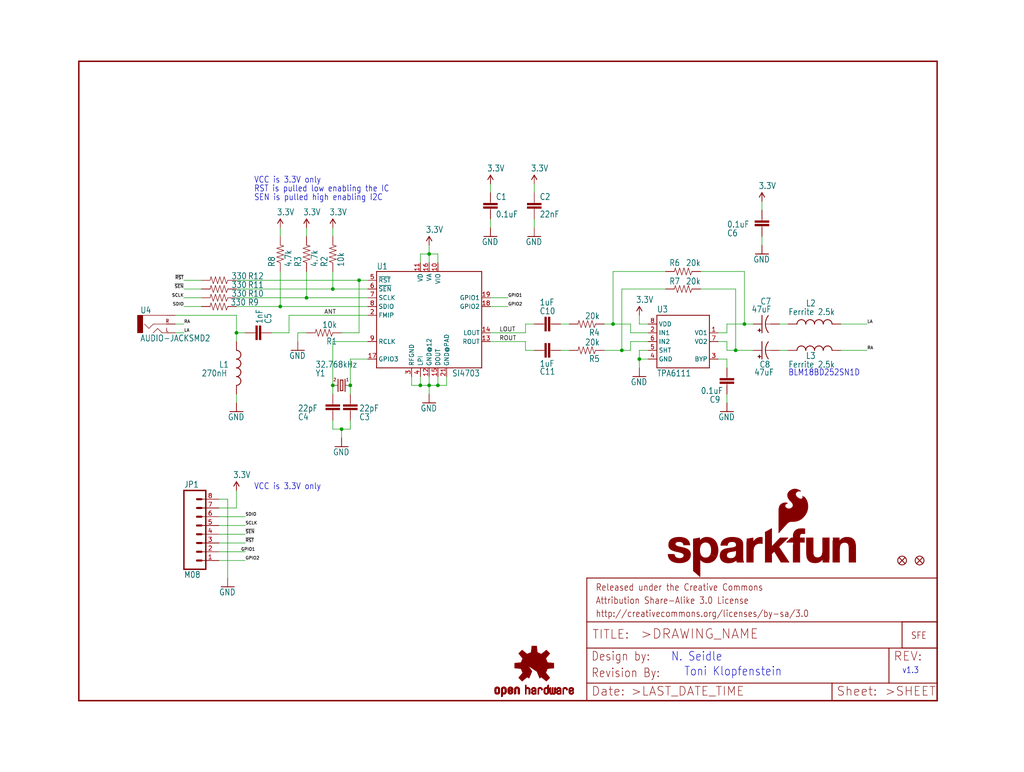
<source format=kicad_sch>
(kicad_sch (version 20211123) (generator eeschema)
  (paper "User" 297.002 223.926)
  (lib_symbols
    (symbol "eagleSchem-eagle-import:0.1UF-25V(+80{slash}-20%)(0603)"
      (property "Reference" "C" (at 1.524 2.921 0))
      (property "Value" "0.1UF-25V(+80{slash}-20%)(0603)" (at 1.524 -2.159 0))
      (symbol "0.1UF-25V(+80{slash}-20%)(0603)_1_0"
        (pin passive line (at 0 5.08 270) (length 2.54) (name "1") (number "1"))
        (pin passive line (at 0 -2.54 90) (length 2.54) (name "2") (number "2"))
      )
    )
    (symbol "eagleSchem-eagle-import:1.0UF-16V-10%(0603)"
      (property "Reference" "C" (at 1.524 2.921 0))
      (property "Value" "1.0UF-16V-10%(0603)" (at 1.524 -2.159 0))
      (symbol "1.0UF-16V-10%(0603)_1_0"
        (pin passive line (at 0 5.08 270) (length 2.54) (name "1") (number "1"))
        (pin passive line (at 0 -2.54 90) (length 2.54) (name "2") (number "2"))
      )
    )
    (symbol "eagleSchem-eagle-import:10KOHM1{slash}10W1%(0603)0603"
      (property "Reference" "R" (at -3.81 1.4986 0))
      (property "Value" "10KOHM1{slash}10W1%(0603)0603" (at -3.81 -3.302 0))
      (symbol "10KOHM1{slash}10W1%(0603)0603_1_0"
        (pin passive line (at -5.08 0 0) (length 2.54) (name "1") (number "1"))
        (pin passive line (at 5.08 0 180) (length 2.54) (name "2") (number "2"))
      )
    )
    (symbol "eagleSchem-eagle-import:1NF{slash}1000PF-50V-10%(0603)"
      (property "Reference" "C" (at 1.524 2.921 0))
      (property "Value" "1NF{slash}1000PF-50V-10%(0603)" (at 1.524 -2.159 0))
      (symbol "1NF{slash}1000PF-50V-10%(0603)_1_0"
        (pin passive line (at 0 5.08 270) (length 2.54) (name "1") (number "1"))
        (pin passive line (at 0 -2.54 90) (length 2.54) (name "2") (number "2"))
      )
    )
    (symbol "eagleSchem-eagle-import:20KOHM1{slash}10W1%(0603)"
      (property "Reference" "R" (at -3.81 1.4986 0))
      (property "Value" "20KOHM1{slash}10W1%(0603)" (at -3.81 -3.302 0))
      (symbol "20KOHM1{slash}10W1%(0603)_1_0"
        (pin passive line (at -5.08 0 0) (length 2.54) (name "1") (number "1"))
        (pin passive line (at 5.08 0 180) (length 2.54) (name "2") (number "2"))
      )
    )
    (symbol "eagleSchem-eagle-import:22NF{slash}22,000PF-50V-10%(0603)"
      (property "Reference" "C" (at 1.524 2.921 0))
      (property "Value" "22NF{slash}22,000PF-50V-10%(0603)" (at 1.524 -2.159 0))
      (symbol "22NF{slash}22,000PF-50V-10%(0603)_1_0"
        (pin passive line (at 0 5.08 270) (length 2.54) (name "1") (number "1"))
        (pin passive line (at 0 -2.54 90) (length 2.54) (name "2") (number "2"))
      )
    )
    (symbol "eagleSchem-eagle-import:22PF-50V-5%(0603)"
      (property "Reference" "C" (at 1.524 2.921 0))
      (property "Value" "22PF-50V-5%(0603)" (at 1.524 -2.159 0))
      (symbol "22PF-50V-5%(0603)_1_0"
        (pin passive line (at 0 5.08 270) (length 2.54) (name "1") (number "1"))
        (pin passive line (at 0 -2.54 90) (length 2.54) (name "2") (number "2"))
      )
    )
    (symbol "eagleSchem-eagle-import:3.3V" (power)
      (property "Value" "3.3V" (at -1.016 3.556 0))
      (symbol "3.3V_1_0"
        (pin power_in line (at 0 0 90) (length 2.54) (name "3.3V") (number "1"))
      )
    )
    (symbol "eagleSchem-eagle-import:330OHM1{slash}10W1%(0603)"
      (property "Reference" "R" (at -3.81 1.4986 0))
      (property "Value" "330OHM1{slash}10W1%(0603)" (at -3.81 -3.302 0))
      (symbol "330OHM1{slash}10W1%(0603)_1_0"
        (pin passive line (at -5.08 0 0) (length 2.54) (name "1") (number "1"))
        (pin passive line (at 5.08 0 180) (length 2.54) (name "2") (number "2"))
      )
    )
    (symbol "eagleSchem-eagle-import:4.7KOHM1{slash}10W1%(0603)"
      (property "Reference" "R" (at -3.81 1.4986 0))
      (property "Value" "4.7KOHM1{slash}10W1%(0603)" (at -3.81 -3.302 0))
      (symbol "4.7KOHM1{slash}10W1%(0603)_1_0"
        (pin passive line (at -5.08 0 0) (length 2.54) (name "1") (number "1"))
        (pin passive line (at 5.08 0 180) (length 2.54) (name "2") (number "2"))
      )
    )
    (symbol "eagleSchem-eagle-import:47UF-TANT"
      (property "Reference" "C" (at 1.016 0.635 0))
      (property "Value" "47UF-TANT" (at 1.016 -4.191 0))
      (symbol "47UF-TANT_1_0"
        (pin passive line (at 0 2.54 270) (length 2.54) (name "+") (number "A"))
        (pin passive line (at 0 -5.08 90) (length 2.54) (name "-") (number "C"))
      )
    )
    (symbol "eagleSchem-eagle-import:AUDIO-JACKSMD2"
      (property "Reference" "JP" (at -5.08 3.048 0))
      (property "Value" "AUDIO-JACKSMD2" (at -5.08 -5.08 0))
      (symbol "AUDIO-JACKSMD2_1_0"
        (text "L" (at 2.286 -2.286 0) (effects (font (size 1.016 0.8636) (thickness 0.1727) bold) (justify left bottom)))
        (text "R" (at 2.286 0.254 0) (effects (font (size 1.016 0.8636) (thickness 0.1727) bold) (justify left bottom)))
        (pin bidirectional line (at 5.08 0 180) (length 2.54) (name "RIGHT") (number "RING"))
        (pin bidirectional line (at 5.08 2.54 180) (length 2.54) (name "SLEEVE") (number "SLEEVE"))
        (pin bidirectional line (at 5.08 -2.54 180) (length 2.54) (name "LEFT") (number "TIP"))
      )
    )
    (symbol "eagleSchem-eagle-import:CRYSTAL32-SMD"
      (property "Reference" "Y" (at 2.54 1.016 0))
      (property "Value" "CRYSTAL32-SMD" (at 2.54 -2.54 0))
      (symbol "CRYSTAL32-SMD_1_0"
        (text "1" (at -2.159 -1.143 0) (effects (font (size 0.8636 0.734)) (justify left bottom)))
        (text "2" (at 1.524 -1.143 0) (effects (font (size 0.8636 0.734)) (justify left bottom)))
        (pin passive line (at -2.54 0 0) (length 0) (name "1") (number "X1"))
        (pin passive line (at 2.54 0 180) (length 0) (name "2") (number "X2"))
      )
    )
    (symbol "eagleSchem-eagle-import:FIDUCIAL1X2")
    (symbol "eagleSchem-eagle-import:FRAME-LETTER"
      (symbol "FRAME-LETTER_2_0"
        (text ">DRAWING_NAME" (at 15.494 17.78 0) (effects (font (size 2.7432 2.7432)) (justify left bottom)))
        (text ">LAST_DATE_TIME" (at 12.7 1.27 0) (effects (font (size 2.54 2.54)) (justify left bottom)))
        (text ">SHEET" (at 86.36 1.27 0) (effects (font (size 2.54 2.54)) (justify left bottom)))
        (text "Attribution Share-Alike 3.0 License" (at 2.54 27.94 0) (effects (font (size 1.9304 1.6408)) (justify left bottom)))
        (text "Date:" (at 1.27 1.27 0) (effects (font (size 2.54 2.54)) (justify left bottom)))
        (text "Design by:" (at 1.27 11.43 0) (effects (font (size 2.54 2.159)) (justify left bottom)))
        (text "http://creativecommons.org/licenses/by-sa/3.0" (at 2.54 24.13 0) (effects (font (size 1.9304 1.6408)) (justify left bottom)))
        (text "Released under the Creative Commons" (at 2.54 31.75 0) (effects (font (size 1.9304 1.6408)) (justify left bottom)))
        (text "REV:" (at 88.9 11.43 0) (effects (font (size 2.54 2.54)) (justify left bottom)))
        (text "Sheet:" (at 72.39 1.27 0) (effects (font (size 2.54 2.54)) (justify left bottom)))
        (text "TITLE:" (at 1.524 17.78 0) (effects (font (size 2.54 2.54)) (justify left bottom)))
      )
    )
    (symbol "eagleSchem-eagle-import:GND" (power)
      (property "Value" "GND" (at -2.54 -2.54 0))
      (symbol "GND_1_0"
        (pin power_in line (at 0 2.54 270) (length 2.54) (name "GND") (number "1"))
      )
    )
    (symbol "eagleSchem-eagle-import:INDUCTOR0603"
      (property "Reference" "L" (at 2.54 5.08 0))
      (property "Value" "INDUCTOR0603" (at 2.54 -5.08 0))
      (symbol "INDUCTOR0603_1_0"
        (pin passive line (at 0 7.62 270) (length 2.54) (name "1") (number "1"))
        (pin passive line (at 0 -7.62 90) (length 2.54) (name "2") (number "2"))
      )
    )
    (symbol "eagleSchem-eagle-import:LOGO-SFESK"
      (symbol "LOGO-SFESK_1_0"
        (text "SFE" (at 0 0 0) (effects (font (size 1.9304 1.6408)) (justify left bottom)))
      )
    )
    (symbol "eagleSchem-eagle-import:M08"
      (property "Reference" "JP" (at -5.08 13.462 0))
      (property "Value" "M08" (at -5.08 -12.7 0))
      (symbol "M08_1_0"
        (pin passive line (at 5.08 -7.62 180) (length 5.08) (name "1") (number "1"))
        (pin passive line (at 5.08 -5.08 180) (length 5.08) (name "2") (number "2"))
        (pin passive line (at 5.08 -2.54 180) (length 5.08) (name "3") (number "3"))
        (pin passive line (at 5.08 0 180) (length 5.08) (name "4") (number "4"))
        (pin passive line (at 5.08 2.54 180) (length 5.08) (name "5") (number "5"))
        (pin passive line (at 5.08 5.08 180) (length 5.08) (name "6") (number "6"))
        (pin passive line (at 5.08 7.62 180) (length 5.08) (name "7") (number "7"))
        (pin passive line (at 5.08 10.16 180) (length 5.08) (name "8") (number "8"))
      )
    )
    (symbol "eagleSchem-eagle-import:OSHW-LOGOS")
    (symbol "eagleSchem-eagle-import:REVISION"
      (symbol "REVISION_1_0"
        (text "Revision By: " (at 0 0 0) (effects (font (size 2.54 2.159)) (justify left bottom)))
      )
    )
    (symbol "eagleSchem-eagle-import:SFE_LOGO_NAME_FLAME.1_INCH")
    (symbol "eagleSchem-eagle-import:SI470X"
      (property "Reference" "U" (at -15.24 15.24 0))
      (property "Value" "SI470X" (at -15.24 -17.78 0))
      (symbol "SI470X_1_0"
        (pin bidirectional line (at 2.54 15.24 270) (length 2.54) (name "VIO") (number "10"))
        (pin bidirectional line (at -2.54 15.24 270) (length 2.54) (name "VD") (number "11"))
        (pin bidirectional line (at 0 -17.78 90) (length 2.54) (name "GND@12") (number "12"))
        (pin bidirectional line (at 17.78 -7.62 180) (length 2.54) (name "ROUT") (number "13"))
        (pin bidirectional line (at 17.78 -5.08 180) (length 2.54) (name "LOUT") (number "14"))
        (pin bidirectional line (at 2.54 -17.78 90) (length 2.54) (name "DOUT") (number "15"))
        (pin bidirectional line (at 0 15.24 270) (length 2.54) (name "VA") (number "16"))
        (pin bidirectional line (at -17.78 -12.7 0) (length 2.54) (name "GPIO3") (number "17"))
        (pin bidirectional line (at 17.78 2.54 180) (length 2.54) (name "GPIO2") (number "18"))
        (pin bidirectional line (at 17.78 5.08 180) (length 2.54) (name "GPIO1") (number "19"))
        (pin bidirectional line (at -17.78 0 0) (length 2.54) (name "FMIP") (number "2"))
        (pin bidirectional line (at 5.08 -17.78 90) (length 2.54) (name "GND@PAD") (number "21"))
        (pin bidirectional line (at -5.08 -17.78 90) (length 2.54) (name "RFGND") (number "3"))
        (pin bidirectional line (at -2.54 -17.78 90) (length 2.54) (name "LPI") (number "4"))
        (pin bidirectional line (at -17.78 10.16 0) (length 2.54) (name "~{RST}") (number "5"))
        (pin bidirectional line (at -17.78 7.62 0) (length 2.54) (name "~{SEN}") (number "6"))
        (pin bidirectional line (at -17.78 5.08 0) (length 2.54) (name "SCLK") (number "7"))
        (pin bidirectional line (at -17.78 2.54 0) (length 2.54) (name "SDIO") (number "8"))
        (pin bidirectional line (at -17.78 -7.62 0) (length 2.54) (name "RCLK") (number "9"))
      )
    )
    (symbol "eagleSchem-eagle-import:TPA6111SMD-T"
      (property "Reference" "U" (at -7.62 5.842 0))
      (property "Value" "TPA6111SMD-T" (at -7.62 -12.7 0))
      (symbol "TPA6111SMD-T_1_0"
        (pin bidirectional line (at 10.16 0 180) (length 2.54) (name "VO1") (number "1"))
        (pin bidirectional line (at -10.16 0 0) (length 2.54) (name "IN1") (number "2"))
        (pin bidirectional line (at 10.16 -7.62 180) (length 2.54) (name "BYP") (number "3"))
        (pin bidirectional line (at -10.16 -7.62 0) (length 2.54) (name "GND") (number "4"))
        (pin bidirectional line (at -10.16 -5.08 0) (length 2.54) (name "SHT") (number "5"))
        (pin bidirectional line (at -10.16 -2.54 0) (length 2.54) (name "IN2") (number "6"))
        (pin bidirectional line (at 10.16 -2.54 180) (length 2.54) (name "VO2") (number "7"))
        (pin bidirectional line (at -10.16 2.54 0) (length 2.54) (name "VDD") (number "8"))
      )
    )
  )
  (junction (at 180.34 101.6))
  (junction (at 177.8 93.98))
  (junction (at 96.52 111.76))
  (junction (at 104.14 81.28))
  (junction (at 99.06 124.46))
  (junction (at 213.36 101.6))
  (junction (at 96.52 83.82))
  (junction (at 124.46 111.76))
  (junction (at 215.9 93.98))
  (junction (at 81.28 88.9))
  (junction (at 88.9 86.36))
  (junction (at 101.6 111.76))
  (junction (at 68.58 96.52))
  (junction (at 185.42 104.14))
  (junction (at 121.92 111.76))
  (junction (at 127 111.76))
  (junction (at 124.46 73.66))
  (wire (pts (xy 142.24 86.36) (xy 147.32 86.36)))
  (wire (pts (xy 182.88 99.06) (xy 182.88 101.6)))
  (wire (pts (xy 88.9 78.74) (xy 88.9 86.36)))
  (wire (pts (xy 187.96 99.06) (xy 182.88 99.06)))
  (wire (pts (xy 220.98 58.42) (xy 220.98 60.96)))
  (wire (pts (xy 243.84 93.98) (xy 251.46 93.98)))
  (wire (pts (xy 180.34 101.6) (xy 175.26 101.6)))
  (wire (pts (xy 154.94 66.04) (xy 154.94 63.5)))
  (wire (pts (xy 58.42 86.36) (xy 53.34 86.36)))
  (wire (pts (xy 210.82 93.98) (xy 215.9 93.98)))
  (wire (pts (xy 63.5 152.4) (xy 71.12 152.4)))
  (wire (pts (xy 86.36 99.06) (xy 86.36 96.52)))
  (wire (pts (xy 180.34 83.82) (xy 180.34 101.6)))
  (wire (pts (xy 124.46 109.22) (xy 124.46 111.76)))
  (wire (pts (xy 208.28 104.14) (xy 210.82 104.14)))
  (wire (pts (xy 81.28 66.04) (xy 81.28 68.58)))
  (wire (pts (xy 187.96 104.14) (xy 185.42 104.14)))
  (wire (pts (xy 96.52 111.76) (xy 96.52 114.3)))
  (wire (pts (xy 68.58 91.44) (xy 50.8 91.44)))
  (wire (pts (xy 152.4 99.06) (xy 152.4 101.6)))
  (wire (pts (xy 63.5 147.32) (xy 68.58 147.32)))
  (wire (pts (xy 58.42 83.82) (xy 53.34 83.82)))
  (wire (pts (xy 99.06 124.46) (xy 101.6 124.46)))
  (wire (pts (xy 152.4 101.6) (xy 154.94 101.6)))
  (wire (pts (xy 182.88 93.98) (xy 177.8 93.98)))
  (wire (pts (xy 53.34 93.98) (xy 50.8 93.98)))
  (wire (pts (xy 208.28 96.52) (xy 210.82 96.52)))
  (wire (pts (xy 210.82 116.84) (xy 210.82 114.3)))
  (wire (pts (xy 228.6 101.6) (xy 226.06 101.6)))
  (wire (pts (xy 63.5 162.56) (xy 71.12 162.56)))
  (wire (pts (xy 63.5 157.48) (xy 71.12 157.48)))
  (wire (pts (xy 127 76.2) (xy 127 73.66)))
  (wire (pts (xy 101.6 104.14) (xy 101.6 111.76)))
  (wire (pts (xy 58.42 81.28) (xy 53.34 81.28)))
  (wire (pts (xy 124.46 114.3) (xy 124.46 111.76)))
  (wire (pts (xy 243.84 101.6) (xy 251.46 101.6)))
  (wire (pts (xy 83.82 96.52) (xy 83.82 91.44)))
  (wire (pts (xy 228.6 93.98) (xy 226.06 93.98)))
  (wire (pts (xy 106.68 83.82) (xy 96.52 83.82)))
  (wire (pts (xy 81.28 78.74) (xy 81.28 88.9)))
  (wire (pts (xy 106.68 81.28) (xy 104.14 81.28)))
  (wire (pts (xy 142.24 96.52) (xy 152.4 96.52)))
  (wire (pts (xy 182.88 101.6) (xy 180.34 101.6)))
  (wire (pts (xy 142.24 53.34) (xy 142.24 55.88)))
  (wire (pts (xy 210.82 101.6) (xy 213.36 101.6)))
  (wire (pts (xy 99.06 127) (xy 99.06 124.46)))
  (wire (pts (xy 96.52 83.82) (xy 96.52 78.74)))
  (wire (pts (xy 63.5 144.78) (xy 66.04 144.78)))
  (wire (pts (xy 96.52 83.82) (xy 68.58 83.82)))
  (wire (pts (xy 185.42 104.14) (xy 185.42 106.68)))
  (wire (pts (xy 210.82 96.52) (xy 210.82 93.98)))
  (wire (pts (xy 121.92 109.22) (xy 121.92 111.76)))
  (wire (pts (xy 185.42 101.6) (xy 185.42 104.14)))
  (wire (pts (xy 220.98 68.58) (xy 220.98 71.12)))
  (wire (pts (xy 106.68 88.9) (xy 81.28 88.9)))
  (wire (pts (xy 193.04 83.82) (xy 180.34 83.82)))
  (wire (pts (xy 88.9 86.36) (xy 68.58 86.36)))
  (wire (pts (xy 68.58 96.52) (xy 71.12 96.52)))
  (wire (pts (xy 53.34 96.52) (xy 50.8 96.52)))
  (wire (pts (xy 127 73.66) (xy 124.46 73.66)))
  (wire (pts (xy 68.58 116.84) (xy 68.58 114.3)))
  (wire (pts (xy 63.5 160.02) (xy 71.12 160.02)))
  (wire (pts (xy 63.5 149.86) (xy 71.12 149.86)))
  (wire (pts (xy 78.74 96.52) (xy 83.82 96.52)))
  (wire (pts (xy 121.92 73.66) (xy 121.92 76.2)))
  (wire (pts (xy 127 109.22) (xy 127 111.76)))
  (wire (pts (xy 96.52 124.46) (xy 99.06 124.46)))
  (wire (pts (xy 162.56 93.98) (xy 165.1 93.98)))
  (wire (pts (xy 162.56 101.6) (xy 165.1 101.6)))
  (wire (pts (xy 101.6 124.46) (xy 101.6 121.92)))
  (wire (pts (xy 83.82 91.44) (xy 106.68 91.44)))
  (wire (pts (xy 124.46 73.66) (xy 124.46 71.12)))
  (wire (pts (xy 68.58 99.06) (xy 68.58 96.52)))
  (wire (pts (xy 142.24 66.04) (xy 142.24 63.5)))
  (wire (pts (xy 86.36 96.52) (xy 88.9 96.52)))
  (wire (pts (xy 104.14 81.28) (xy 68.58 81.28)))
  (wire (pts (xy 68.58 91.44) (xy 68.58 96.52)))
  (wire (pts (xy 187.96 93.98) (xy 185.42 93.98)))
  (wire (pts (xy 213.36 101.6) (xy 218.44 101.6)))
  (wire (pts (xy 124.46 73.66) (xy 121.92 73.66)))
  (wire (pts (xy 68.58 142.24) (xy 68.58 147.32)))
  (wire (pts (xy 121.92 111.76) (xy 124.46 111.76)))
  (wire (pts (xy 187.96 101.6) (xy 185.42 101.6)))
  (wire (pts (xy 127 111.76) (xy 129.54 111.76)))
  (wire (pts (xy 104.14 96.52) (xy 99.06 96.52)))
  (wire (pts (xy 66.04 147.32) (xy 66.04 167.64)))
  (wire (pts (xy 96.52 121.92) (xy 96.52 124.46)))
  (wire (pts (xy 215.9 78.74) (xy 215.9 93.98)))
  (wire (pts (xy 182.88 96.52) (xy 182.88 93.98)))
  (wire (pts (xy 101.6 111.76) (xy 101.6 114.3)))
  (wire (pts (xy 142.24 88.9) (xy 147.32 88.9)))
  (wire (pts (xy 106.68 99.06) (xy 96.52 99.06)))
  (wire (pts (xy 208.28 99.06) (xy 210.82 99.06)))
  (wire (pts (xy 88.9 66.04) (xy 88.9 68.58)))
  (wire (pts (xy 213.36 83.82) (xy 213.36 101.6)))
  (wire (pts (xy 177.8 93.98) (xy 175.26 93.98)))
  (wire (pts (xy 187.96 96.52) (xy 182.88 96.52)))
  (wire (pts (xy 63.5 154.94) (xy 71.12 154.94)))
  (wire (pts (xy 203.2 78.74) (xy 215.9 78.74)))
  (wire (pts (xy 104.14 81.28) (xy 104.14 96.52)))
  (wire (pts (xy 215.9 93.98) (xy 218.44 93.98)))
  (wire (pts (xy 119.38 109.22) (xy 119.38 111.76)))
  (wire (pts (xy 177.8 78.74) (xy 177.8 93.98)))
  (wire (pts (xy 96.52 66.04) (xy 96.52 68.58)))
  (wire (pts (xy 66.04 144.78) (xy 66.04 147.32)))
  (wire (pts (xy 203.2 83.82) (xy 213.36 83.82)))
  (wire (pts (xy 129.54 111.76) (xy 129.54 109.22)))
  (wire (pts (xy 154.94 53.34) (xy 154.94 55.88)))
  (wire (pts (xy 81.28 88.9) (xy 68.58 88.9)))
  (wire (pts (xy 193.04 78.74) (xy 177.8 78.74)))
  (wire (pts (xy 185.42 93.98) (xy 185.42 91.44)))
  (wire (pts (xy 152.4 96.52) (xy 152.4 93.98)))
  (wire (pts (xy 58.42 88.9) (xy 53.34 88.9)))
  (wire (pts (xy 96.52 99.06) (xy 96.52 111.76)))
  (wire (pts (xy 142.24 99.06) (xy 152.4 99.06)))
  (wire (pts (xy 124.46 76.2) (xy 124.46 73.66)))
  (wire (pts (xy 119.38 111.76) (xy 121.92 111.76)))
  (wire (pts (xy 124.46 111.76) (xy 127 111.76)))
  (wire (pts (xy 152.4 93.98) (xy 154.94 93.98)))
  (wire (pts (xy 210.82 99.06) (xy 210.82 101.6)))
  (wire (pts (xy 106.68 104.14) (xy 101.6 104.14)))
  (wire (pts (xy 106.68 86.36) (xy 88.9 86.36)))
  (wire (pts (xy 210.82 104.14) (xy 210.82 106.68)))
  (text "Toni Klopfenstein" (at 198.374 196.342 180) (effects (font (size 2.54 2.159)) (justify left bottom)))
  (text "RST is pulled low enabling the IC" (at 73.66 55.88 180) (effects (font (size 1.778 1.5113)) (justify left bottom)))
  (text "BLM18BD252SN1D" (at 228.6 109.22 180) (effects (font (size 1.778 1.5113)) (justify left bottom)))
  (text "SEN is pulled high enabling I2C" (at 73.66 58.42 180) (effects (font (size 1.778 1.5113)) (justify left bottom)))
  (text "VCC is 3.3V only~{}" (at 73.66 142.24 180) (effects (font (size 1.778 1.5113)) (justify left bottom)))
  (text "v1.3" (at 261.62 195.58 180) (effects (font (size 1.778 1.5113)) (justify left bottom)))
  (text "VCC is 3.3V only~{}" (at 73.66 53.34 180) (effects (font (size 1.778 1.5113)) (justify left bottom)))
  (text "N. Seidle" (at 194.564 192.024 180) (effects (font (size 2.54 2.159)) (justify left bottom)))
  (label "~{SEN}" (at 71.12 154.94 0) (effects (font (size 0.889 0.889))))
  (label "~{RST}" (at 71.12 157.48 0) (effects (font (size 0.889 0.889))))
  (label "SCLK" (at 71.12 152.4 0) (effects (font (size 0.889 0.889))))
  (label "SDIO" (at 53.34 88.9 180) (effects (font (size 0.889 0.889))))
  (label "GPIO1" (at 147.32 86.36 0) (effects (font (size 0.889 0.889))))
  (label "~{SEN}" (at 53.34 83.82 180) (effects (font (size 0.889 0.889))))
  (label "RA" (at 251.46 101.6 0) (effects (font (size 0.889 0.889))))
  (label "LOUT" (at 144.78 96.52 0) (effects (font (size 1.2446 1.2446))))
  (label "RA" (at 53.34 93.98 0) (effects (font (size 0.889 0.889))))
  (label "SCLK" (at 53.34 86.36 180) (effects (font (size 0.889 0.889))))
  (label "LA" (at 251.46 93.98 0) (effects (font (size 0.889 0.889))))
  (label "GPIO2" (at 71.12 162.56 0) (effects (font (size 0.889 0.889))))
  (label "LA" (at 53.34 96.52 0) (effects (font (size 0.889 0.889))))
  (label "GPIO1" (at 69.85 160.02 0) (effects (font (size 0.889 0.889))))
  (label "ROUT" (at 144.78 99.06 0) (effects (font (size 1.2446 1.2446))))
  (label "SDIO" (at 71.12 149.86 0) (effects (font (size 0.889 0.889))))
  (label "~{RST}" (at 53.34 81.28 180) (effects (font (size 0.889 0.889))))
  (label "ANT" (at 93.98 91.44 0) (effects (font (size 1.2446 1.2446))))
  (label "GPIO2" (at 147.32 88.9 0) (effects (font (size 0.889 0.889))))
  (symbol (lib_id "eagleSchem-eagle-import:20KOHM1{slash}10W1%(0603)") (at 198.12 78.74 180) (unit 1)
    (property "Reference" "R6" (at 194.056 77.216 0) (effects (font (size 1.778 1.5113)) (justify right top)))
    (property "Value" "20k" (at 198.882 77.216 0) (effects (font (size 1.778 1.5113)) (justify right top)))
    (property "Footprint" "eagleSchem:0603-RES" (effects hide))
  )
  (symbol (lib_id "eagleSchem-eagle-import:3.3V") (at 81.28 66.04 0) (unit 1)
    (property "Reference" "#P+3" (effects hide))
    (property "Value" "3.3V" (at 80.264 62.484 0) (effects (font (size 1.778 1.5113)) (justify left bottom)))
    (property "Footprint" "eagleSchem:" (effects hide))
  )
  (symbol (lib_id "eagleSchem-eagle-import:GND") (at 86.36 101.6 0) (unit 1)
    (property "Reference" "#GND4" (effects hide))
    (property "Value" "GND" (at 83.82 104.14 0) (effects (font (size 1.778 1.5113)) (justify left bottom)))
    (property "Footprint" "eagleSchem:" (effects hide))
  )
  (symbol (lib_id "eagleSchem-eagle-import:4.7KOHM1{slash}10W1%(0603)") (at 81.28 73.66 90) (unit 1)
    (property "Reference" "R8" (at 79.7814 77.47 0) (effects (font (size 1.778 1.5113)) (justify left bottom)))
    (property "Value" "4.7k" (at 84.582 77.47 0) (effects (font (size 1.778 1.5113)) (justify left bottom)))
    (property "Footprint" "eagleSchem:0603" (effects hide))
  )
  (symbol (lib_id "eagleSchem-eagle-import:M08") (at 58.42 154.94 0) (unit 1)
    (property "Reference" "JP1" (at 53.34 141.478 0) (effects (font (size 1.778 1.5113)) (justify left bottom)))
    (property "Value" "M08" (at 53.34 167.64 0) (effects (font (size 1.778 1.5113)) (justify left bottom)))
    (property "Footprint" "eagleSchem:1X08" (effects hide))
  )
  (symbol (lib_id "eagleSchem-eagle-import:FIDUCIAL1X2") (at 261.62 162.56 0) (unit 1)
    (property "Reference" "JP5" (effects hide))
    (property "Value" "FIDUCIAL1X2" (effects hide))
    (property "Footprint" "eagleSchem:FIDUCIAL-1X2" (effects hide))
  )
  (symbol (lib_id "eagleSchem-eagle-import:4.7KOHM1{slash}10W1%(0603)") (at 88.9 73.66 90) (unit 1)
    (property "Reference" "R3" (at 87.4014 77.47 0) (effects (font (size 1.778 1.5113)) (justify left bottom)))
    (property "Value" "4.7k" (at 92.202 77.47 0) (effects (font (size 1.778 1.5113)) (justify left bottom)))
    (property "Footprint" "eagleSchem:0603" (effects hide))
  )
  (symbol (lib_id "eagleSchem-eagle-import:22PF-50V-5%(0603)") (at 96.52 116.84 180) (unit 1)
    (property "Reference" "C4" (at 86.36 121.92 0) (effects (font (size 1.778 1.5113)) (justify right top)))
    (property "Value" "22pF" (at 86.36 119.38 0) (effects (font (size 1.778 1.5113)) (justify right top)))
    (property "Footprint" "eagleSchem:0603-CAP" (effects hide))
  )
  (symbol (lib_id "eagleSchem-eagle-import:1.0UF-16V-10%(0603)") (at 160.02 101.6 90) (unit 1)
    (property "Reference" "C11" (at 156.464 108.712 90) (effects (font (size 1.778 1.5113)) (justify right top)))
    (property "Value" "1uF" (at 156.464 106.426 90) (effects (font (size 1.778 1.5113)) (justify right top)))
    (property "Footprint" "eagleSchem:0603-CAP" (effects hide))
  )
  (symbol (lib_id "eagleSchem-eagle-import:3.3V") (at 220.98 58.42 0) (unit 1)
    (property "Reference" "#P+17" (effects hide))
    (property "Value" "3.3V" (at 219.964 54.864 0) (effects (font (size 1.778 1.5113)) (justify left bottom)))
    (property "Footprint" "eagleSchem:" (effects hide))
  )
  (symbol (lib_id "eagleSchem-eagle-import:GND") (at 68.58 119.38 0) (unit 1)
    (property "Reference" "#GND3" (effects hide))
    (property "Value" "GND" (at 66.04 121.92 0) (effects (font (size 1.778 1.5113)) (justify left bottom)))
    (property "Footprint" "eagleSchem:" (effects hide))
  )
  (symbol (lib_id "eagleSchem-eagle-import:GND") (at 210.82 119.38 0) (unit 1)
    (property "Reference" "#GND8" (effects hide))
    (property "Value" "GND" (at 208.28 121.92 0) (effects (font (size 1.778 1.5113)) (justify left bottom)))
    (property "Footprint" "eagleSchem:" (effects hide))
  )
  (symbol (lib_id "eagleSchem-eagle-import:INDUCTOR0603") (at 236.22 101.6 90) (unit 1)
    (property "Reference" "L3" (at 233.68 104.14 90) (effects (font (size 1.778 1.5113)) (justify right top)))
    (property "Value" "Ferrite 2.5k" (at 228.6 106.68 90) (effects (font (size 1.778 1.5113)) (justify right top)))
    (property "Footprint" "eagleSchem:0603" (effects hide))
  )
  (symbol (lib_id "eagleSchem-eagle-import:TPA6111SMD-T") (at 198.12 96.52 0) (unit 1)
    (property "Reference" "U3" (at 190.5 90.678 0) (effects (font (size 1.778 1.5113)) (justify left bottom)))
    (property "Value" "TPA6111" (at 190.5 109.22 0) (effects (font (size 1.778 1.5113)) (justify left bottom)))
    (property "Footprint" "eagleSchem:SO08-TIGHT" (effects hide))
  )
  (symbol (lib_id "eagleSchem-eagle-import:AUDIO-JACKSMD2") (at 45.72 93.98 0) (unit 1)
    (property "Reference" "U4" (at 40.64 90.932 0) (effects (font (size 1.778 1.5113)) (justify left bottom)))
    (property "Value" "AUDIO-JACKSMD2" (at 40.64 99.06 0) (effects (font (size 1.778 1.5113)) (justify left bottom)))
    (property "Footprint" "eagleSchem:AUDIO-JACK-3.5MM-SMD" (effects hide))
  )
  (symbol (lib_id "eagleSchem-eagle-import:GND") (at 142.24 68.58 0) (unit 1)
    (property "Reference" "#GND5" (effects hide))
    (property "Value" "GND" (at 139.7 71.12 0) (effects (font (size 1.778 1.5113)) (justify left bottom)))
    (property "Footprint" "eagleSchem:" (effects hide))
  )
  (symbol (lib_id "eagleSchem-eagle-import:REVISION") (at 171.45 196.596 0) (unit 1)
    (property "Reference" "U$1" (effects hide))
    (property "Value" "REVISION" (effects hide))
    (property "Footprint" "eagleSchem:REVISION" (effects hide))
  )
  (symbol (lib_id "eagleSchem-eagle-import:GND") (at 99.06 129.54 0) (unit 1)
    (property "Reference" "#GND2" (effects hide))
    (property "Value" "GND" (at 96.52 132.08 0) (effects (font (size 1.778 1.5113)) (justify left bottom)))
    (property "Footprint" "eagleSchem:" (effects hide))
  )
  (symbol (lib_id "eagleSchem-eagle-import:20KOHM1{slash}10W1%(0603)") (at 170.18 93.98 180) (unit 1)
    (property "Reference" "R4" (at 173.99 95.4786 0) (effects (font (size 1.778 1.5113)) (justify left bottom)))
    (property "Value" "20k" (at 173.99 90.678 0) (effects (font (size 1.778 1.5113)) (justify left bottom)))
    (property "Footprint" "eagleSchem:0603-RES" (effects hide))
  )
  (symbol (lib_id "eagleSchem-eagle-import:330OHM1{slash}10W1%(0603)") (at 63.5 83.82 180) (unit 1)
    (property "Reference" "R11" (at 71.882 83.566 0) (effects (font (size 1.778 1.5113)) (justify right top)))
    (property "Value" "330" (at 67.056 83.566 0) (effects (font (size 1.778 1.5113)) (justify right top)))
    (property "Footprint" "eagleSchem:0603-RES" (effects hide))
  )
  (symbol (lib_id "eagleSchem-eagle-import:FRAME-LETTER") (at 170.18 203.2 0) (unit 2)
    (property "Reference" "FRAME2" (effects hide))
    (property "Value" "FRAME-LETTER" (effects hide))
    (property "Footprint" "eagleSchem:CREATIVE_COMMONS" (effects hide))
  )
  (symbol (lib_id "eagleSchem-eagle-import:3.3V") (at 154.94 53.34 0) (unit 1)
    (property "Reference" "#P+8" (effects hide))
    (property "Value" "3.3V" (at 153.924 49.784 0) (effects (font (size 1.778 1.5113)) (justify left bottom)))
    (property "Footprint" "eagleSchem:" (effects hide))
  )
  (symbol (lib_id "eagleSchem-eagle-import:3.3V") (at 185.42 91.44 0) (unit 1)
    (property "Reference" "#P+9" (effects hide))
    (property "Value" "3.3V" (at 184.404 87.884 0) (effects (font (size 1.778 1.5113)) (justify left bottom)))
    (property "Footprint" "eagleSchem:" (effects hide))
  )
  (symbol (lib_id "eagleSchem-eagle-import:10KOHM1{slash}10W1%(0603)0603") (at 93.98 96.52 180) (unit 1)
    (property "Reference" "R1" (at 97.79 98.0186 0) (effects (font (size 1.778 1.5113)) (justify left bottom)))
    (property "Value" "10k" (at 97.79 93.218 0) (effects (font (size 1.778 1.5113)) (justify left bottom)))
    (property "Footprint" "eagleSchem:0603-RES" (effects hide))
  )
  (symbol (lib_id "eagleSchem-eagle-import:0.1UF-25V(+80{slash}-20%)(0603)") (at 142.24 60.96 0) (unit 1)
    (property "Reference" "C1" (at 143.764 58.039 0) (effects (font (size 1.778 1.5113)) (justify left bottom)))
    (property "Value" "0.1uF" (at 143.764 63.119 0) (effects (font (size 1.778 1.5113)) (justify left bottom)))
    (property "Footprint" "eagleSchem:0603-CAP" (effects hide))
  )
  (symbol (lib_id "eagleSchem-eagle-import:INDUCTOR0603") (at 68.58 106.68 0) (unit 1)
    (property "Reference" "L1" (at 63.5 106.68 0) (effects (font (size 1.778 1.5113)) (justify left bottom)))
    (property "Value" "270nH" (at 58.42 109.22 0) (effects (font (size 1.778 1.5113)) (justify left bottom)))
    (property "Footprint" "eagleSchem:0603" (effects hide))
  )
  (symbol (lib_id "eagleSchem-eagle-import:LOGO-SFESK") (at 264.16 185.42 0) (unit 1)
    (property "Reference" "JP3" (effects hide))
    (property "Value" "LOGO-SFESK" (effects hide))
    (property "Footprint" "eagleSchem:SFE-LOGO-FLAME" (effects hide))
  )
  (symbol (lib_id "eagleSchem-eagle-import:22NF{slash}22,000PF-50V-10%(0603)") (at 154.94 60.96 0) (unit 1)
    (property "Reference" "C2" (at 156.464 58.039 0) (effects (font (size 1.778 1.5113)) (justify left bottom)))
    (property "Value" "22nF" (at 156.464 63.119 0) (effects (font (size 1.778 1.5113)) (justify left bottom)))
    (property "Footprint" "eagleSchem:0603-CAP" (effects hide))
  )
  (symbol (lib_id "eagleSchem-eagle-import:1NF{slash}1000PF-50V-10%(0603)") (at 73.66 96.52 270) (unit 1)
    (property "Reference" "C5" (at 78.74 93.98 0) (effects (font (size 1.778 1.5113)) (justify right top)))
    (property "Value" "1nF" (at 76.2 93.98 0) (effects (font (size 1.778 1.5113)) (justify right top)))
    (property "Footprint" "eagleSchem:0603-CAP" (effects hide))
  )
  (symbol (lib_id "eagleSchem-eagle-import:10KOHM1{slash}10W1%(0603)0603") (at 96.52 73.66 90) (unit 1)
    (property "Reference" "R2" (at 95.0214 77.47 0) (effects (font (size 1.778 1.5113)) (justify left bottom)))
    (property "Value" "10k" (at 99.822 77.47 0) (effects (font (size 1.778 1.5113)) (justify left bottom)))
    (property "Footprint" "eagleSchem:0603-RES" (effects hide))
  )
  (symbol (lib_id "eagleSchem-eagle-import:1.0UF-16V-10%(0603)") (at 160.02 93.98 90) (unit 1)
    (property "Reference" "C10" (at 156.464 91.186 90) (effects (font (size 1.778 1.5113)) (justify right top)))
    (property "Value" "1uF" (at 156.464 88.646 90) (effects (font (size 1.778 1.5113)) (justify right top)))
    (property "Footprint" "eagleSchem:0603-CAP" (effects hide))
  )
  (symbol (lib_id "eagleSchem-eagle-import:3.3V") (at 88.9 66.04 0) (unit 1)
    (property "Reference" "#P+4" (effects hide))
    (property "Value" "3.3V" (at 87.884 62.484 0) (effects (font (size 1.778 1.5113)) (justify left bottom)))
    (property "Footprint" "eagleSchem:" (effects hide))
  )
  (symbol (lib_id "eagleSchem-eagle-import:GND") (at 66.04 170.18 0) (unit 1)
    (property "Reference" "#GND10" (effects hide))
    (property "Value" "GND" (at 63.5 172.72 0) (effects (font (size 1.778 1.5113)) (justify left bottom)))
    (property "Footprint" "eagleSchem:" (effects hide))
  )
  (symbol (lib_id "eagleSchem-eagle-import:330OHM1{slash}10W1%(0603)") (at 63.5 81.28 180) (unit 1)
    (property "Reference" "R12" (at 71.882 81.026 0) (effects (font (size 1.778 1.5113)) (justify right top)))
    (property "Value" "330" (at 67.056 81.026 0) (effects (font (size 1.778 1.5113)) (justify right top)))
    (property "Footprint" "eagleSchem:0603-RES" (effects hide))
  )
  (symbol (lib_id "eagleSchem-eagle-import:47UF-TANT") (at 220.98 101.6 90) (unit 1)
    (property "Reference" "C8" (at 220.218 106.68 90) (effects (font (size 1.778 1.5113)) (justify right top)))
    (property "Value" "47uF" (at 218.694 108.966 90) (effects (font (size 1.778 1.5113)) (justify right top)))
    (property "Footprint" "eagleSchem:EIA3528" (effects hide))
  )
  (symbol (lib_id "eagleSchem-eagle-import:20KOHM1{slash}10W1%(0603)") (at 170.18 101.6 180) (unit 1)
    (property "Reference" "R5" (at 173.99 103.0986 0) (effects (font (size 1.778 1.5113)) (justify left bottom)))
    (property "Value" "20k" (at 173.99 98.298 0) (effects (font (size 1.778 1.5113)) (justify left bottom)))
    (property "Footprint" "eagleSchem:0603-RES" (effects hide))
  )
  (symbol (lib_id "eagleSchem-eagle-import:47UF-TANT") (at 220.98 93.98 90) (unit 1)
    (property "Reference" "C7" (at 220.472 88.392 90) (effects (font (size 1.778 1.5113)) (justify right top)))
    (property "Value" "47uF" (at 217.932 90.678 90) (effects (font (size 1.778 1.5113)) (justify right top)))
    (property "Footprint" "eagleSchem:EIA3528" (effects hide))
  )
  (symbol (lib_id "eagleSchem-eagle-import:330OHM1{slash}10W1%(0603)") (at 63.5 88.9 180) (unit 1)
    (property "Reference" "R9" (at 71.882 88.646 0) (effects (font (size 1.778 1.5113)) (justify right top)))
    (property "Value" "330" (at 66.802 88.646 0) (effects (font (size 1.778 1.5113)) (justify right top)))
    (property "Footprint" "eagleSchem:0603-RES" (effects hide))
  )
  (symbol (lib_id "eagleSchem-eagle-import:SI470X") (at 124.46 91.44 0) (unit 1)
    (property "Reference" "U1" (at 109.22 78.232 0) (effects (font (size 1.778 1.5113)) (justify left bottom)))
    (property "Value" "SI4703" (at 131.064 109.22 0) (effects (font (size 1.778 1.5113)) (justify left bottom)))
    (property "Footprint" "eagleSchem:SI470X" (effects hide))
  )
  (symbol (lib_id "eagleSchem-eagle-import:GND") (at 220.98 73.66 0) (unit 1)
    (property "Reference" "#GND9" (effects hide))
    (property "Value" "GND" (at 218.44 76.2 0) (effects (font (size 1.778 1.5113)) (justify left bottom)))
    (property "Footprint" "eagleSchem:" (effects hide))
  )
  (symbol (lib_id "eagleSchem-eagle-import:0.1UF-25V(+80{slash}-20%)(0603)") (at 210.82 111.76 0) (unit 1)
    (property "Reference" "C9" (at 205.74 116.84 0) (effects (font (size 1.778 1.5113)) (justify left bottom)))
    (property "Value" "0.1uF" (at 203.2 114.3 0) (effects (font (size 1.778 1.5113)) (justify left bottom)))
    (property "Footprint" "eagleSchem:0603-CAP" (effects hide))
  )
  (symbol (lib_id "eagleSchem-eagle-import:3.3V") (at 124.46 71.12 0) (unit 1)
    (property "Reference" "#P+6" (effects hide))
    (property "Value" "3.3V" (at 123.444 67.564 0) (effects (font (size 1.778 1.5113)) (justify left bottom)))
    (property "Footprint" "eagleSchem:" (effects hide))
  )
  (symbol (lib_id "eagleSchem-eagle-import:FRAME-LETTER") (at 22.86 203.2 0) (unit 1)
    (property "Reference" "FRAME2" (effects hide))
    (property "Value" "FRAME-LETTER" (effects hide))
    (property "Footprint" "eagleSchem:CREATIVE_COMMONS" (effects hide))
  )
  (symbol (lib_id "eagleSchem-eagle-import:FIDUCIAL1X2") (at 266.7 162.56 0) (unit 1)
    (property "Reference" "JP4" (effects hide))
    (property "Value" "FIDUCIAL1X2" (effects hide))
    (property "Footprint" "eagleSchem:FIDUCIAL-1X2" (effects hide))
  )
  (symbol (lib_id "eagleSchem-eagle-import:22PF-50V-5%(0603)") (at 101.6 116.84 180) (unit 1)
    (property "Reference" "C3" (at 104.14 121.92 0) (effects (font (size 1.778 1.5113)) (justify right top)))
    (property "Value" "22pF" (at 104.14 119.38 0) (effects (font (size 1.778 1.5113)) (justify right top)))
    (property "Footprint" "eagleSchem:0603-CAP" (effects hide))
  )
  (symbol (lib_id "eagleSchem-eagle-import:SFE_LOGO_NAME_FLAME.1_INCH") (at 193.04 167.64 0) (unit 1)
    (property "Reference" "LOGO1" (effects hide))
    (property "Value" "SFE_LOGO_NAME_FLAME.1_INCH" (effects hide))
    (property "Footprint" "eagleSchem:SFE_LOGO_NAME_FLAME_.1" (effects hide))
  )
  (symbol (lib_id "eagleSchem-eagle-import:GND") (at 185.42 109.22 0) (unit 1)
    (property "Reference" "#GND7" (effects hide))
    (property "Value" "GND" (at 182.88 111.76 0) (effects (font (size 1.778 1.5113)) (justify left bottom)))
    (property "Footprint" "eagleSchem:" (effects hide))
  )
  (symbol (lib_id "eagleSchem-eagle-import:GND") (at 124.46 116.84 0) (unit 1)
    (property "Reference" "#GND1" (effects hide))
    (property "Value" "GND" (at 121.92 119.38 0) (effects (font (size 1.778 1.5113)) (justify left bottom)))
    (property "Footprint" "eagleSchem:" (effects hide))
  )
  (symbol (lib_id "eagleSchem-eagle-import:CRYSTAL32-SMD") (at 99.06 111.76 180) (unit 1)
    (property "Reference" "Y1" (at 91.44 109.22 0) (effects (font (size 1.778 1.5113)) (justify right top)))
    (property "Value" "32.768kHz" (at 91.44 106.68 0) (effects (font (size 1.778 1.5113)) (justify right top)))
    (property "Footprint" "eagleSchem:CRYSTAL-32KHZ-SMD" (effects hide))
  )
  (symbol (lib_id "eagleSchem-eagle-import:330OHM1{slash}10W1%(0603)") (at 63.5 86.36 180) (unit 1)
    (property "Reference" "R10" (at 71.882 86.106 0) (effects (font (size 1.778 1.5113)) (justify right top)))
    (property "Value" "330" (at 67.056 86.106 0) (effects (font (size 1.778 1.5113)) (justify right top)))
    (property "Footprint" "eagleSchem:0603-RES" (effects hide))
  )
  (symbol (lib_id "eagleSchem-eagle-import:0.1UF-25V(+80{slash}-20%)(0603)") (at 220.98 63.5 180) (unit 1)
    (property "Reference" "C6" (at 210.82 68.58 0) (effects (font (size 1.778 1.5113)) (justify right top)))
    (property "Value" "0.1uF" (at 210.82 66.04 0) (effects (font (size 1.778 1.5113)) (justify right top)))
    (property "Footprint" "eagleSchem:0603-CAP" (effects hide))
  )
  (symbol (lib_id "eagleSchem-eagle-import:INDUCTOR0603") (at 236.22 93.98 90) (unit 1)
    (property "Reference" "L2" (at 233.68 88.9 90) (effects (font (size 1.778 1.5113)) (justify right top)))
    (property "Value" "Ferrite 2.5k" (at 228.6 91.44 90) (effects (font (size 1.778 1.5113)) (justify right top)))
    (property "Footprint" "eagleSchem:0603" (effects hide))
  )
  (symbol (lib_id "eagleSchem-eagle-import:OSHW-LOGOS") (at 154.94 193.04 0) (unit 1)
    (property "Reference" "LOGO2" (effects hide))
    (property "Value" "OSHW-LOGOS" (effects hide))
    (property "Footprint" "eagleSchem:OSHW-LOGO-S" (effects hide))
  )
  (symbol (lib_id "eagleSchem-eagle-import:3.3V") (at 68.58 142.24 0) (unit 1)
    (property "Reference" "#P+18" (effects hide))
    (property "Value" "3.3V" (at 67.564 138.684 0) (effects (font (size 1.778 1.5113)) (justify left bottom)))
    (property "Footprint" "eagleSchem:" (effects hide))
  )
  (symbol (lib_id "eagleSchem-eagle-import:20KOHM1{slash}10W1%(0603)") (at 198.12 83.82 180) (unit 1)
    (property "Reference" "R7" (at 194.056 82.55 0) (effects (font (size 1.778 1.5113)) (justify right top)))
    (property "Value" "20k" (at 198.882 82.55 0) (effects (font (size 1.778 1.5113)) (justify right top)))
    (property "Footprint" "eagleSchem:0603-RES" (effects hide))
  )
  (symbol (lib_id "eagleSchem-eagle-import:3.3V") (at 96.52 66.04 0) (unit 1)
    (property "Reference" "#P+5" (effects hide))
    (property "Value" "3.3V" (at 95.504 62.484 0) (effects (font (size 1.778 1.5113)) (justify left bottom)))
    (property "Footprint" "eagleSchem:" (effects hide))
  )
  (symbol (lib_id "eagleSchem-eagle-import:GND") (at 154.94 68.58 0) (unit 1)
    (property "Reference" "#GND6" (effects hide))
    (property "Value" "GND" (at 152.4 71.12 0) (effects (font (size 1.778 1.5113)) (justify left bottom)))
    (property "Footprint" "eagleSchem:" (effects hide))
  )
  (symbol (lib_id "eagleSchem-eagle-import:3.3V") (at 142.24 53.34 0) (unit 1)
    (property "Reference" "#P+7" (effects hide))
    (property "Value" "3.3V" (at 141.224 49.784 0) (effects (font (size 1.778 1.5113)) (justify left bottom)))
    (property "Footprint" "eagleSchem:" (effects hide))
  )
)
</source>
